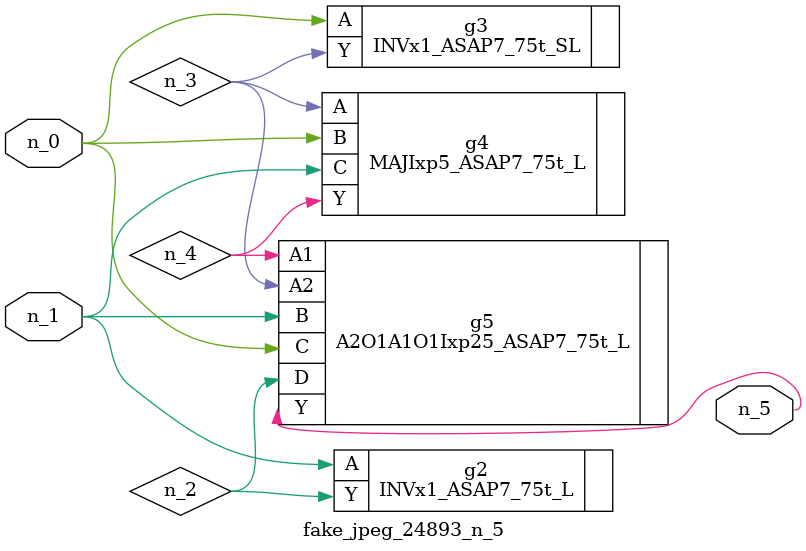
<source format=v>
module fake_jpeg_24893_n_5 (n_0, n_1, n_5);

input n_0;
input n_1;

output n_5;

wire n_2;
wire n_3;
wire n_4;

INVx1_ASAP7_75t_L g2 ( 
.A(n_1),
.Y(n_2)
);

INVx1_ASAP7_75t_SL g3 ( 
.A(n_0),
.Y(n_3)
);

MAJIxp5_ASAP7_75t_L g4 ( 
.A(n_3),
.B(n_0),
.C(n_1),
.Y(n_4)
);

A2O1A1O1Ixp25_ASAP7_75t_L g5 ( 
.A1(n_4),
.A2(n_3),
.B(n_1),
.C(n_0),
.D(n_2),
.Y(n_5)
);


endmodule
</source>
